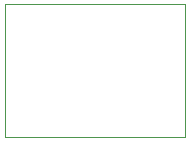
<source format=gm1>
G04 #@! TF.GenerationSoftware,KiCad,Pcbnew,9.0.6*
G04 #@! TF.CreationDate,2026-01-06T15:33:41-06:00*
G04 #@! TF.ProjectId,RGBLED_1010_BOB,5247424c-4544-45f3-9130-31305f424f42,rev?*
G04 #@! TF.SameCoordinates,Original*
G04 #@! TF.FileFunction,Profile,NP*
%FSLAX46Y46*%
G04 Gerber Fmt 4.6, Leading zero omitted, Abs format (unit mm)*
G04 Created by KiCad (PCBNEW 9.0.6) date 2026-01-06 15:33:41*
%MOMM*%
%LPD*%
G01*
G04 APERTURE LIST*
G04 #@! TA.AperFunction,Profile*
%ADD10C,0.100000*%
G04 #@! TD*
G04 APERTURE END LIST*
D10*
X106299000Y-82329400D02*
X121539000Y-82329400D01*
X121539000Y-93593138D01*
X106299000Y-93593138D01*
X106299000Y-82329400D01*
M02*

</source>
